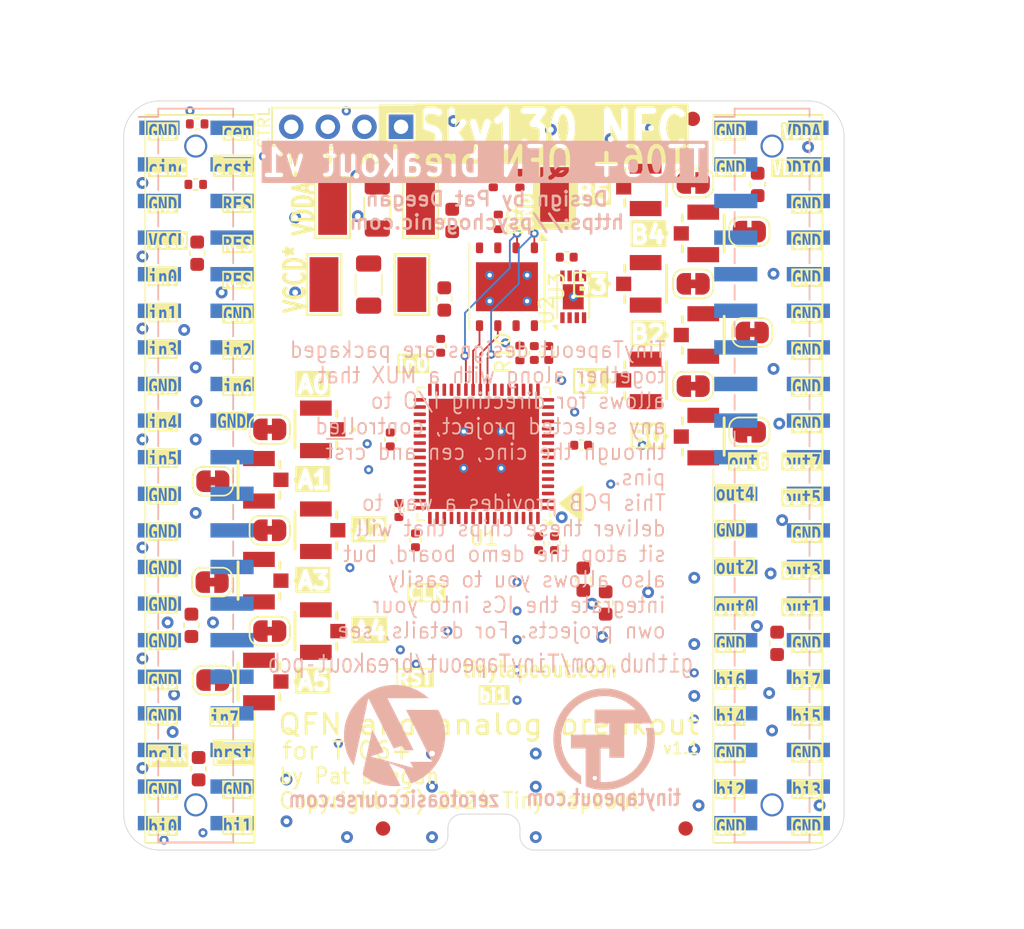
<source format=kicad_pcb>
(kicad_pcb (version 20241229) (generator "pcbnew") (generator_version "9.0")
  (title_block (title "Tiny Tapeout 06+ Breakout QFN") (date "2024-11-04") (rev "1.1") (comment 1 "(C) 2023, 2024 Pat Deegan"))
  (layers (0 "F.Cu" signal) (4 "In1.Cu" signal) (6 "In2.Cu" signal) (2 "B.Cu" signal) (13 "F.Paste" user) (15 "B.Paste" user) (5 "F.SilkS" user "F.Silkscreen") (7 "B.SilkS" user "B.Silkscreen") (1 "F.Mask" user) (3 "B.Mask" user) (25 "Edge.Cuts" user))
  (net 0 "")
  (net 1 "GND")
  (net 2 "vddio")
  (net 3 "vdda_all")
  (net 4 "vdda_in")
  (net 5 "vccd_in")
  (net 6 "/chip_an0")
  (net 7 "/chip_an1")
  (net 8 "/chip_an2")
  (net 9 "/chip_an3")
  (net 10 "/chip_an4")
  (net 11 "/chip_an5")
  (net 12 "/chip_an6")
  (net 13 "/chip_an7")
  (net 14 "/chip_an8")
  (net 15 "/chip_an9")
  (net 16 "/chip_an10")
  (net 17 "/chip_an11")
  (net 18 "/c_rst_n")
  (net 19 "/hd_an2")
  (net 20 "/hd_an0")
  (net 21 "/c_sel_inc")
  (net 22 "/hd_an3")
  (net 23 "/hd_an5")
  (net 24 "/c_ena")
  (net 25 "/hd_an4")
  (net 26 "/hd_an1")
  (net 27 "/hd_an10")
  (net 28 "/hd_an11")
  (net 29 "/hd_an9")
  (net 30 "/hd_an6")
  (net 31 "/hd_an8")
  (net 32 "/hd_an7")
  (net 33 "/reset_b")
  (net 34 "/hd_c_rst_n")
  (net 35 "vccd_all")
  (net 37 "Net-(U3-~{WP}{slash}IO_{2})")
  (net 38 "Net-(U3-~{HOLD}{slash}~{RESET}{slash}IO_{3})")
  (net 44 "/spi_flash_0_cs_0")
  (net 45 "/TMS_EXT")
  (net 46 "/tdo")
  (net 47 "/reset_io")
  (net 48 "/ext_clk_dig")
  (net 49 "/TRST_EXT")
  (net 50 "/NFC_AFE_TDO_EXT")
  (net 51 "/jtag_TDI")
  (net 52 "/clk")
  (net 53 "/spi_flash_0_sck")
  (net 54 "/gpio_1_0")
  (net 55 "/spi_flash_0_dq_0")
  (net 56 "/gpio")
  (net 57 "/ANA_MUX_OUT_2_EXT")
  (net 58 "/clock_uncore")
  (net 59 "/flash_io0")
  (net 60 "/FS_EXT")
  (net 61 "/i2c_0_sda")
  (net 62 "/VDD_EXT")
  (net 63 "/flash_io1")
  (net 64 "/ext_reset_dig")
  (net 66 "/VRECT_OUT_EXT")
  (net 67 "/spi_0_cs_0")
  (net 68 "/spi_0_sck")
  (net 69 "/VREF_EXT")
  (net 70 "/jtag_TDO")
  (net 71 "/tdo2")
  (net 72 "/spi_0_dq_1")
  (net 73 "/ANT_POS_EXT")
  (net 74 "/flash_clk")
  (net 75 "/ANT_NEG_EXT")
  (net 76 "/RESET_EXT")
  (net 77 "/jtag_TCK")
  (net 78 "/spi_flash_0_dq_1")
  (net 79 "/TCK_EXT")
  (net 80 "/flash_csb")
  (net 81 "/spi_flash_0_dq_3")
  (net 82 "/gpio_0_0")
  (net 83 "/spi_0_dq_0")
  (net 84 "/TDI_EXT")
  (net 85 "/jtag_TMS")
  (net 86 "/spi_flash_0_dq_2")
  (net 87 "/ANA_MUX_OUT_EXT")
  (net 88 "/i2c_0_scl")
  (footprint "Capacitor_SMD:C_0402_1005Metric" (layer "F.Cu") (at 74.3 48.7 90)
    (property "Reference" "C5" (hide yes))
    (property "Value" "0.1uf")
  )
  (footprint "Capacitor_SMD:C_0402_1005Metric" (layer "F.Cu") (at 65.75 48.5 90)
    (property "Reference" "C4" (hide yes))
    (property "Value" "0.1uf")
  )
  (footprint "Capacitor_SMD:C_0402_1005Metric" (layer "F.Cu") (at 75.4 48.7 90)
    (property "Reference" "C8" (hide yes))
    (property "Value" "0.1uf")
  )
  (footprint "Capacitor_SMD:C_0402_1005Metric" (layer "F.Cu") (at 74 35.5 90)
    (property "Reference" "C6" (hide yes))
    (property "Value" "0.1uf")
  )
  (footprint "Capacitor_SMD:C_0402_1005Metric" (layer "F.Cu") (at 67.5 35 90)
    (property "Reference" "C10" (hide yes))
    (property "Value" "0.1uf")
  )
  (footprint "Capacitor_SMD:C_0402_1005Metric" (layer "F.Cu") (at 77.25 41.9 180)
    (property "Reference" "C13" (hide yes))
    (property "Value" "0.1uf")
  )
  (footprint "flyingcarsfootprints:StitchingVia-0.4mmDrill" (layer "F.Cu") (at 74.1 65.6)
    (property "Reference" "STITCHB1" (hide yes))
    (property "Value" "StitchingVia-0.4mmDrill" (hide yes))
  )
  (footprint "flyingcarsfootprints:StitchingVia-0.3mm" (layer "F.Cu") (at 62.4 41.8)
    (property "Reference" "STITCHM1" (hide yes))
    (property "Value" "StitchingVia-0.3mm" (hide yes))
  )
  (footprint "flyingcarsfootprints:StitchingVia-0.4mmDrill" (layer "F.Cu") (at 61.65 23.2)
    (property "Reference" "STITCHB1" (hide yes))
    (property "Value" "StitchingVia-0.4mmDrill" (hide yes))
  )
  (footprint "flyingcarsfootprints:StitchingVia-0.4mmDrill" (layer "F.Cu") (at 46.8 64.3)
    (property "Reference" "STITCHB1" (hide yes))
    (property "Value" "StitchingVia-0.4mmDrill" (hide yes))
  )
  (footprint "flyingcarsfootprints:StitchingVia-0.4mmDrill" (layer "F.Cu") (at 74.1 69.1)
    (property "Reference" "STITCHB1" (hide yes))
    (property "Value" "StitchingVia-0.4mmDrill" (hide yes))
  )
  (footprint "flyingcarsfootprints:StitchingVia-0.3mm" (layer "F.Cu") (at 73.5 31.9)
    (property "Reference" "STITCHM1" (hide yes))
    (property "Value" "StitchingVia-0.3mm" (hide yes))
  )
  (footprint "TestPoint:TestPoint_Keystone_5019_Minature" (layer "F.Cu") (at 60 25.4 -90)
    (property "Reference" "TP3" (hide yes))
    (property "Value" "TestPoint_Alt")
  )
  (footprint "flyingcarsfootprints:StitchingVia-0.4mmDrill" (layer "F.Cu") (at 91.2 47.1)
    (property "Reference" "STITCHB1" (hide yes))
    (property "Value" "StitchingVia-0.4mmDrill" (hide yes))
  )
  (footprint "TestPoint:TestPoint_Keystone_5019_Minature" (layer "F.Cu") (at 65.5 30.75 90)
    (property "Reference" "TP2" (hide yes))
    (property "Value" "TestPoint_Alt")
  )
  (footprint "flyingcarsfootprints:StitchingVia-0.3mm" (layer "F.Cu") (at 62.5 43.6)
    (property "Reference" "STITCHM1" (hide yes))
    (property "Value" "StitchingVia-0.3mm" (hide yes))
  )
  (footprint "flyingcarsfootprints:StitchingVia-0.4mmDrill" (layer "F.Cu") (at 90.5 61.7)
    (property "Reference" "STITCHB1" (hide yes))
    (property "Value" "StitchingVia-0.4mmDrill" (hide yes))
  )
  (footprint "flyingcarsfootprints:StitchingVia-0.3mm" (layer "F.Cu") (at 73.5 30.1)
    (property "Reference" "STITCHM1" (hide yes))
    (property "Value" "StitchingVia-0.3mm" (hide yes))
  )
  (footprint "flyingcarsfootprints:StitchingVia-0.4mmDrill" (layer "F.Cu") (at 90.6 36.6)
    (property "Reference" "STITCHB1" (hide yes))
    (property "Value" "StitchingVia-0.4mmDrill" (hide yes))
  )
  (footprint "psysnapeda:SAMTEC_RSP-122811-01" (layer "F.Cu") (at 54.8875 44.3 90)
    (property "Reference" "J3" (hide yes))
    (property "Value" "U.FL")
  )
  (footprint "flyingcarsfootprints:StitchingVia-0.4mmDrill" (layer "F.Cu") (at 75.9 46.9)
    (property "Reference" "STITCHB1" (hide yes))
    (property "Value" "StitchingVia-0.4mmDrill" (hide yes))
  )
  (footprint "flyingcarsfootprints:StitchingVia-0.4mmDrill" (layer "F.Cu") (at 82.1 19.9)
    (property "Reference" "STITCHB1" (hide yes))
    (property "Value" "StitchingVia-0.4mmDrill" (hide yes))
  )
  (footprint "flyingcarsfootprints:StitchingVia-0.3mm" (layer "F.Cu") (at 72.8 59.6)
    (property "Reference" "STITCHM1" (hide yes))
    (property "Value" "StitchingVia-0.3mm" (hide yes))
  )
  (footprint "flyingcarsfootprints:StitchingVia-0.3mm" (layer "F.Cu") (at 72.8 57.5)
    (property "Reference" "STITCHM1" (hide yes))
    (property "Value" "StitchingVia-0.3mm" (hide yes))
  )
  (footprint "flyingcarsfootprints:StitchingVia-0.4mmDrill" (layer "F.Cu") (at 85.4 66.9)
    (property "Reference" "STITCHB1" (hide yes))
    (property "Value" "StitchingVia-0.4mmDrill" (hide yes))
  )
  (footprint "flyingcarsfootprints:StitchingVia-0.3mm" (layer "F.Cu") (at 85.1 60.9)
    (property "Reference" "STITCHM1" (hide yes))
    (property "Value" "StitchingVia-0.3mm" (hide yes))
  )
  (footprint "flyingcarsfootprints:StitchingVia-0.4mmDrill" (layer "F.Cu") (at 56.8 65.1)
    (property "Reference" "STITCHB1" (hide yes))
    (property "Value" "StitchingVia-0.4mmDrill" (hide yes))
  )
  (footprint "Package_DFN_QFN:QFN-64-1EP_9x9mm_P0.5mm_EP7.65x7.65mm" (layer "F.Cu") (at 70.5 42.5 180)
    (property "Reference" "U1")
    (property "Value" "Caravel_QFN")
  )
  (footprint "flyingcarsfootprints:StitchingVia-0.4mmDrill" (layer "F.Cu") (at 57.4 31.3)
    (property "Reference" "STITCHB1" (hide yes))
    (property "Value" "StitchingVia-0.4mmDrill" (hide yes))
  )
  (footprint "flyingcarsfootprints:StitchingVia-0.4mmDrill" (layer "F.Cu") (at 75.15 20)
    (property "Reference" "STITCHB1" (hide yes))
    (property "Value" "StitchingVia-0.4mmDrill" (hide yes))
  )
  (footprint "flyingcarsfootprints:StitchingVia-0.3mm" (layer "F.Cu") (at 69.1 43.5)
    (property "Reference" "STITCHM1" (hide yes))
    (property "Value" "StitchingVia-0.3mm" (hide yes))
  )
  (footprint "flyingcarsfootprints:StitchingVia-0.4mmDrill" (layer "F.Cu") (at 79.3 20.65)
    (property "Reference" "STITCHB1" (hide yes))
    (property "Value" "StitchingVia-0.4mmDrill" (hide yes))
  )
  (footprint "Capacitor_SMD:C_0603_1608Metric" (layer "F.Cu") (at 77.4 51.2 -90)
    (property "Reference" "C19" (hide yes))
    (property "Value" "C_1u_0603_50V")
  )
  (footprint "flyingcarsfootprints:StitchingVia-0.3mm" (layer "F.Cu") (at 70.9 31.9)
    (property "Reference" "STITCHM1" (hide yes))
    (property "Value" "StitchingVia-0.3mm" (hide yes))
  )
  (footprint "Capacitor_SMD:C_0402_1005Metric" (layer "F.Cu") (at 75 35.5 -90)
    (property "Reference" "C7" (hide yes))
    (property "Value" "0.1uf")
  )
  (footprint "flyingcarsfootprints:StitchingVia-0.3mm" (layer "F.Cu") (at 78.2 65)
    (property "Reference" "STITCHM1" (hide yes))
    (property "Value" "StitchingVia-0.3mm" (hide yes))
  )
  (footprint "flyingcarsfootprints:StitchingVia-0.4mmDrill" (layer "F.Cu") (at 48.9 61.8)
    (property "Reference" "STITCHB1" (hide yes))
    (property "Value" "StitchingVia-0.4mmDrill" (hide yes))
  )
  (footprint "psysnapeda:SAMTEC_RSP-122811-01" (layer "F.Cu") (at 85.725 27.2 -90)
    (property "Reference" "J12" (hide yes))
    (property "Value" "U.FL")
  )
  (footprint "flyingcarsfootprints:StitchingVia-0.4mmDrill" (layer "F.Cu") (at 93 21.2)
    (property "Reference" "STITCHB1" (hide yes))
    (property "Value" "StitchingVia-0.4mmDrill" (hide yes))
  )
  (footprint "flyingcarsfootprints:StitchingVia-0.4mmDrill" (layer "F.Cu") (at 52.3 31.3)
    (property "Reference" "STITCHB1" (hide yes))
    (property "Value" "StitchingVia-0.4mmDrill" (hide yes))
  )
  (footprint "Resistor_SMD:R_0402_1005Metric" (layer "F.Cu") (at 50.5 23.8 180)
    (property "Reference" "R1" (hide yes))
    (property "Value" "1k")
  )
  (footprint "Fiducial:Fiducial_1mm_Mask2mm" (layer "F.Cu") (at 85 19.25)
    (property "Reference" "FID2" (hide yes))
    (property "Value" "Fiducial")
  )
  (footprint "flyingcarsfootprints:StitchingVia-0.4mmDrill" (layer "F.Cu") (at 50.55 38.85)
    (property "Reference" "STITCHB1" (hide yes))
    (property "Value" "StitchingVia-0.4mmDrill" (hide yes))
  )
  (footprint "Jumper:SolderJumper-2_P1.3mm_Bridged_RoundedPad1.0x1.5mm" (layer "F.Cu") (at 85.025 37.8)
    (property "Reference" "JP8" (hide yes))
    (property "Value" "Jumper_2_Small_Bridged")
  )
  (footprint "flyingcarsfootprints:StitchingVia-0.3mm" (layer "F.Cu") (at 61.2 50.4)
    (property "Reference" "STITCHM1" (hide yes))
    (property "Value" "StitchingVia-0.3mm" (hide yes))
  )
  (footprint "flyingcarsfootprints:StitchingVia-0.3mm" (layer "F.Cu") (at 70.9 30.1)
    (property "Reference" "STITCHM1" (hide yes))
    (property "Value" "StitchingVia-0.3mm" (hide yes))
  )
  (footprint "psysnapeda:SAMTEC_RSP-122811-01" (layer "F.Cu") (at 81.725 24 -90)
    (property "Reference" "J13" (hide yes))
    (property "Value" "U.FL")
  )
  (footprint "flyingcarsfootprints:StitchingVia-0.3mm" (layer "F.Cu") (at 72.8 51.4)
    (property "Reference" "STITCHM1" (hide yes))
    (property "Value" "StitchingVia-0.3mm" (hide yes))
  )
  (footprint "Capacitor_SMD:C_0603_1608Metric" (layer "F.Cu") (at 50.7 64.35 -90)
    (property "Reference" "C14" (hide yes))
    (property "Value" "C_1u_0603_50V")
  )
  (footprint "flyingcarsfootprints:StitchingVia-0.4mmDrill" (layer "F.Cu") (at 50.5 46.6)
    (property "Reference" "STITCHB1" (hide yes))
    (property "Value" "StitchingVia-0.4mmDrill" (hide yes))
  )
  (footprint "Capacitor_SMD:C_0603_1608Metric" (layer "F.Cu") (at 67.75 31.75 -90)
    (property "Reference" "C2" (hide yes))
    (property "Value" "C_1u_0603_50V")
  )
  (footprint "flyingcarsfootprints:StitchingVia-0.3mm" (layer "F.Cu") (at 69.1 40.95)
    (property "Reference" "STITCHM1" (hide yes))
    (property "Value" "StitchingVia-0.3mm" (hide yes))
  )
  (footprint "flyingcarsfootprints:StitchingVia-0.3mm" (layer "F.Cu") (at 64.7 56.1)
    (property "Reference" "STITCHM1" (hide yes))
    (property "Value" "StitchingVia-0.3mm" (hide yes))
  )
  (footprint "psysnapeda:SAMTEC_RSP-122811-01" (layer "F.Cu") (at 58.8375 47.8 90)
    (property "Reference" "J4" (hide yes))
    (property "Value" "U.FL")
  )
  (footprint "flyingcarsfootprints:StitchingVia-0.3mm" (layer "F.Cu") (at 68 54.8)
    (property "Reference" "STITCHM1" (hide yes))
    (property "Value" "StitchingVia-0.3mm" (hide yes))
  )
  (footprint "flyingcarsfootprints:StitchingVia-0.4mmDrill" (layer "F.Cu") (at 90.3 59.1)
    (property "Reference" "STITCHB1" (hide yes))
    (property "Value" "StitchingVia-0.4mmDrill" (hide yes))
  )
  (footprint "flyingcarsfootprints:StitchingVia-0.3mm" (layer "F.Cu") (at 76.7 31.6 90)
    (property "Reference" "STITCHM1" (hide yes))
    (property "Value" "StitchingVia-0.3mm" (hide yes))
  )
  (footprint "flyingcarsfootprints:StitchingVia-0.4mmDrill" (layer "F.Cu") (at 50.5 36.5)
    (property "Reference" "STITCHB1" (hide yes))
    (property "Value" "StitchingVia-0.4mmDrill" (hide yes))
  )
  (footprint "flyingcarsfootprints:StitchingVia-0.3mm" (layer "F.Cu") (at 55.2 21.85)
    (property "Reference" "STITCHM1" (hide yes))
    (property "Value" "StitchingVia-0.3mm" (hide yes))
  )
  (footprint "psysnapeda:SAMTEC_RSP-122811-01" (layer "F.Cu") (at 85.725 41.3 -90)
    (property "Reference" "J8" (hide yes))
    (property "Value" "U.FL")
  )
  (footprint "Jumper:SolderJumper-2_P1.3mm_Bridged_RoundedPad1.0x1.5mm" (layer "F.Cu") (at 88.925 27.075)
    (property "Reference" "JP11" (hide yes))
    (property "Value" "Jumper_2_Small_Bridged")
  )
  (footprint "flyingcarsfootprints:StitchingVia-0.4mmDrill" (layer "F.Cu") (at 57.4 26.1)
    (property "Reference" "STITCHB1" (hide yes))
    (property "Value" "StitchingVia-0.4mmDrill" (hide yes))
  )
  (footprint "Resistor_SMD:R_0402_1005Metric" (layer "F.Cu") (at 73 35.5 90)
    (property "Reference" "R10")
    (property "Value" "10k")
  )
  (footprint "flyingcarsfootprints:StitchingVia-0.4mmDrill" (layer "F.Cu") (at 90.4 50.8)
    (property "Reference" "STITCHB1" (hide yes))
    (property "Value" "StitchingVia-0.4mmDrill" (hide yes))
  )
  (footprint "Jumper:SolderJumper-2_P1.3mm_Bridged_RoundedPad1.0x1.5mm" (layer "F.Cu") (at 51.6375 51.4 180)
    (property "Reference" "JP4" (hide yes))
    (property "Value" "Jumper_2_Small_Bridged")
  )
  (footprint "flyingcarsfootprints:StitchingVia-0.4mmDrill" (layer "F.Cu") (at 81.9 52.1)
    (property "Reference" "STITCHB1" (hide yes))
    (property "Value" "StitchingVia-0.4mmDrill" (hide yes))
  )
  (footprint "flyingcarsfootprints:StitchingVia-0.4mmDrill" (layer "F.Cu") (at 93.8 66.9)
    (property "Reference" "STITCHB1" (hide yes))
    (property "Value" "StitchingVia-0.4mmDrill" (hide yes))
  )
  (footprint "Package_DFN_QFN:DFN-8-1EP_3x2mm_P0.5mm_EP1.75x1.45mm" (layer "F.Cu") (at 76.7 31.6 90)
    (property "Reference" "U2")
    (property "Value" "24LC02")
  )
  (footprint "Fiducial:Fiducial_1mm_Mask2mm" (layer "F.Cu") (at 63.5 68.5)
    (property "Reference" "FID1" (hide yes))
    (property "Value" "Fiducial")
  )
  (footprint "Resistor_SMD:R_1206_3216Metric" (layer "F.Cu") (at 63.1 25.4 -90)
    (property "Reference" "R3" (hide yes))
    (property "Value" "0R")
  )
  (footprint "flyingcarsfootprints:StitchingVia-0.3mm" (layer "F.Cu") (at 72.8 55.4)
    (property "Reference" "STITCHM1" (hide yes))
    (property "Value" "StitchingVia-0.3mm" (hide yes))
  )
  (footprint "flyingcarsfootprints:StitchingVia-0.4mmDrill" (layer "F.Cu") (at 50.5 41.5)
    (property "Reference" "STITCHB1" (hide yes))
    (property "Value" "StitchingVia-0.4mmDrill" (hide yes))
  )
  (footprint "Capacitor_SMD:C_0402_1005Metric" (layer "F.Cu") (at 64 41.5 90)
    (property "Reference" "C11" (hide yes))
    (property "Value" "0.1uf")
  )
  (footprint "Jumper:SolderJumper-2_P1.3mm_Bridged_RoundedPad1.0x1.5mm" (layer "F.Cu") (at 89.125 34.075)
    (property "Reference" "JP9" (hide yes))
    (property "Value" "Jumper_2_Small_Bridged")
  )
  (footprint "Jumper:SolderJumper-2_P1.3mm_Bridged_RoundedPad1.0x1.5mm" (layer "F.Cu") (at 85.025 30.7)
    (property "Reference" "JP10" (hide yes))
    (property "Value" "Jumper_2_Small_Bridged")
  )
  (footprint "Capacitor_SMD:C_0603_1608Metric" (layer "F.Cu") (at 50.2 54.4 90)
    (property "Reference" "C17" (hide yes))
    (property "Value" "C_1u_0603_50V")
  )
  (footprint "flyingcarsfootprints:StitchingVia-0.4mmDrill" (layer "F.Cu") (at 85.1 63)
    (property "Reference" "STITCHB1" (hide yes))
    (property "Value" "StitchingVia-0.4mmDrill" (hide yes))
  )
  (footprint "flyingcarsfootprints:StitchingVia-0.4mmDrill" (layer "F.Cu") (at 74.1 63.3)
    (property "Reference" "STITCHB1" (hide yes))
    (property "Value" "StitchingVia-0.4mmDrill" (hide yes))
  )
  (footprint "Capacitor_SMD:C_0402_1005Metric" (layer "F.Cu") (at 64.6 46.4 -90)
    (property "Reference" "C12" (hide yes))
    (property "Value" "0.1uf")
  )
  (footprint "flyingcarsfootprints:StitchingVia-0.4mmDrill" (layer "F.Cu") (at 85.1 55.7)
    (property "Reference" "STITCHB1" (hide yes))
    (property "Value" "StitchingVia-0.4mmDrill" (hide yes))
  )
  (footprint "flyingcarsfootprints:StitchingVia-0.4mmDrill" (layer "F.Cu") (at 91 40.4)
    (property "Reference" "STITCHB1" (hide yes))
    (property "Value" "StitchingVia-0.4mmDrill" (hide yes))
  )
  (footprint "flyingcarsfootprints:StitchingVia-0.4mmDrill" (layer "F.Cu") (at 49.7 33.9)
    (property "Reference" "STITCHB1" (hide yes))
    (property "Value" "StitchingVia-0.4mmDrill" (hide yes))
  )
  (footprint "Capacitor_SMD:C_0603_1608Metric" (layer "F.Cu") (at 68.3 26.3 -90)
    (property "Reference" "C3" (hide yes))
    (property "Value" "C_1u_0603_50V")
  )
  (footprint "flyingcarsfootprints:StitchingVia-0.4mmDrill" (layer "F.Cu") (at 89.45 54.45)
    (property "Reference" "STITCHB1" (hide yes))
    (property "Value" "StitchingVia-0.4mmDrill" (hide yes))
  )
  (footprint "Capacitor_SMD:C_0603_1608Metric" (layer "F.Cu") (at 90.85 55.65 90)
    (property "Reference" "C16" (hide yes))
    (property "Value" "C_1u_0603_50V")
  )
  (footprint "Jumper:SolderJumper-2_P1.3mm_Bridged_RoundedPad1.0x1.5mm" (layer "F.Cu") (at 55.6375 54.8 180)
    (property "Reference" "JP5" (hide yes))
    (property "Value" "Jumper_2_Small_Bridged")
  )
  (footprint "flyingcarsfootprints:StitchingVia-0.3mm" (layer "F.Cu") (at 76.8 39.6)
    (property "Reference" "STITCHM1" (hide yes))
    (property "Value" "StitchingVia-0.3mm" (hide yes))
  )
  (footprint "flyingcarsfootprints:StitchingVia-0.3mm" (layer "F.Cu") (at 51 68.8)
    (property "Reference" "STITCHM1" (hide yes))
    (property "Value" "StitchingVia-0.3mm" (hide yes))
  )
  (footprint "Resistor_SMD:R_0402_1005Metric" (layer "F.Cu") (at 71.5 26.4 -90)
    (property "Reference" "R9")
    (property "Value" "10k")
  )
  (footprint "flyingcarsfootprints:StitchingVia-0.3mm" (layer "F.Cu") (at 60.4 62.6)
    (property "Reference" "STITCHM1" (hide yes))
    (property "Value" "StitchingVia-0.3mm" (hide yes))
  )
  (footprint "flyingcarsfootprints:StitchingVia-0.4mmDrill" (layer "F.Cu") (at 68.4 19.4)
    (property "Reference" "STITCHB1" (hide yes))
    (property "Value" "StitchingVia-0.4mmDrill" (hide yes))
  )
  (footprint "flyingcarsfootprints:StitchingVia-0.3mm" (layer "F.Cu") (at 72.8 53.4)
    (property "Reference" "STITCHM1" (hide yes))
    (property "Value" "StitchingVia-0.3mm" (hide yes))
  )
  (footprint "psysnapeda:SAMTEC_RSP-122811-01" (layer "F.Cu") (at 81.725 37.4 -90)
    (property "Reference" "J9" (hide yes))
    (property "Value" "U.FL")
  )
  (footprint "Package_SON:WSON-8-1EP_6x5mm_P1.27mm_EP3.4x4.3mm" (layer "F.Cu") (at 72.1 30.9 -90)
    (property "Reference" "U3")
    (property "Value" "W25Q32JVZP")
  )
  (footprint "flyingcarsfootprints:StitchingVia-0.4mmDrill" (layer "F.Cu") (at 85.1 51.1)
    (property "Reference" "STITCHB1" (hide yes))
    (property "Value" "StitchingVia-0.4mmDrill" (hide yes))
  )
  (footprint "TestPoint:TestPoint_Keystone_5019_Minature" (layer "F.Cu") (at 59.4 30.75 90)
    (property "Reference" "TP4" (hide yes))
    (property "Value" "TestPoint_Alt")
  )
  (footprint "Resistor_SMD:R_1206_3216Metric" (layer "F.Cu") (at 62.5 30.75 90)
    (property "Reference" "R4" (hide yes))
    (property "Value" "0R")
  )
  (footprint "flyingcarsfootprints:StitchingVia-0.4mmDrill" (layer "F.Cu") (at 46.8 28.8)
    (property "Reference" "STITCHB1" (hide yes))
    (property "Value" "StitchingVia-0.4mmDrill" (hide yes))
  )
  (footprint "flyingcarsfootprints:StitchingVia-0.4mmDrill" (layer "F.Cu") (at 90.6 30)
    (property "Reference" "STITCHB1" (hide yes))
    (property "Value" "StitchingVia-0.4mmDrill" (hide yes))
  )
  (footprint "flyingcarsfootprints:StitchingVia-0.3mm" (layer "F.Cu") (at 65.8 57.1)
    (property "Reference" "STITCHM1" (hide yes))
    (property "Value" "StitchingVia-0.3mm" (hide yes))
  )
  (footprint "flyingcarsfootprints:StitchingVia-0.4mmDrill" (layer "F.Cu") (at 46.8 23.7)
    (property "Reference" "STITCHB1" (hide yes))
    (property "Value" "StitchingVia-0.4mmDrill" (hide yes))
  )
  (footprint "Fiducial:Fiducial_1mm_Mask2mm" (layer "F.Cu") (at 84.5 68.5)
    (property "Reference" "FID3" (hide yes))
    (property "Value" "Fiducial")
  )
  (footprint "flyingcarsfootprints:StitchingVia-0.3mm" (layer "F.Cu") (at 48.3 69.3)
    (property "Reference" "STITCHM1" (hide yes))
    (property "Value" "StitchingVia-0.3mm" (hide yes))
  )
  (footprint "Connector_PinHeader_2.54mm:PinHeader_1x04_P2.54mm_Vertical" (layer "F.Cu") (at 64.75 19.8 -90)
    (property "Reference" "J1" (hide yes))
    (property "Value" "Conn_01x04")
  )
  (footprint "Jumper:SolderJumper-2_P1.3mm_Bridged_RoundedPad1.0x1.5mm" (layer "F.Cu") (at 55.6375 40.8 180)
    (property "Reference" "JP1" (hide yes))
    (property "Value" "Jumper_2_Small_Bridged")
  )
  (footprint "Capacitor_SMD:C_0603_1608Metric" (layer "F.Cu") (at 89.5 23.8 -90)
    (property "Reference" "C1" (hide yes))
    (property "Value" "C_1u_0603_50V")
  )
  (footprint "Jumper:SolderJumper-2_P1.3mm_Bridged_RoundedPad1.0x1.5mm" (layer "F.Cu") (at 51.6875 44.4 180)
    (property "Reference" "JP2" (hide yes))
    (property "Value" "Jumper_2_Small_Bridged")
  )
  (footprint "Jumper:SolderJumper-2_P1.3mm_Bridged_RoundedPad1.0x1.5mm" (layer "F.Cu") (at 51.6875 58.2 180)
    (property "Reference" "JP6" (hide yes))
    (property "Value" "Jumper_2_Small_Bridged")
  )
  (footprint "flyingcarsfootprints:StitchingVia-0.4mmDrill" (layer "F.Cu") (at 61 69.1)
    (property "Reference" "STITCHB1" (hide yes))
    (property "Value" "StitchingVia-0.4mmDrill" (hide yes))
  )
  (footprint "flyingcarsfootprints:StitchingVia-0.3mm" (layer "F.Cu") (at 81.5 41.9)
    (property "Reference" "STITCHM1" (hide yes))
    (property "Value" "StitchingVia-0.3mm" (hide yes))
  )
  (footprint "flyingcarsfootprints:StitchingVia-0.4mmDrill" (layer "F.Cu") (at 46.8 33.8)
    (property "Reference" "STITCHB1" (hide yes))
    (property "Value" "StitchingVia-0.4mmDrill" (hide yes))
  )
  (footprint "flyingcarsfootprints:StitchingVia-0.4mmDrill" (layer "F.Cu") (at 48.55 54.2)
    (property "Reference" "STITCHB1" (hide yes))
    (property "Value" "StitchingVia-0.4mmDrill" (hide yes))
  )
  (footprint "flyingcarsfootprints:StitchingVia-0.4mmDrill" (layer "F.Cu") (at 78 52.9)
    (property "Reference" "STITCHB1" (hide yes))
    (property "Value" "StitchingVia-0.4mmDrill" (hide yes))
  )
  (footprint "flyingcarsfootprints:StitchingVia-0.3mm" (layer "F.Cu") (at 60.95 18.7)
    (property "Reference" "STITCHM1" (hide yes))
    (property "Value" "StitchingVia-0.3mm" (hide yes))
  )
  (footprint "Jumper:SolderJumper-2_P1.3mm_Bridged_RoundedPad1.0x1.5mm" (layer "F.Cu") (at 85.025 23.7)
    (property "Reference" "JP12" (hide yes))
    (property "Value" "Jumper_2_Small_Bridged")
  )
  (footprint "flyingcarsfootprints:StitchingVia-0.4mmDrill" (layer "F.Cu") (at 66.9 63.3)
    (property "Reference" "STITCHB1" (hide yes))
    (property "Value" "StitchingVia-0.4mmDrill" (hide yes))
  )
  (footprint "flyingcarsfootprints:StitchingVia-0.4mmDrill" (layer "F.Cu") (at 51.7 54.2)
    (property "Reference" "STITCHB1" (hide yes))
    (property "Value" "StitchingVia-0.4mmDrill" (hide yes))
  )
  (footprint "psysnapeda:SAMTEC_RSP-122811-01" (layer "F.Cu") (at 54.8875 58.3 90)
    (property "Reference" "J7" (hide yes))
    (property "Value" "U.FL")
  )
  (footprint "flyingcarsfootprints:StitchingVia-0.4mmDrill" (layer "F.Cu") (at 49 59.2)
    (property "Reference" "STITCHB1" (hide yes))
    (property "Value" "StitchingVia-0.4mmDrill" (hide yes))
  )
  (footprint "Resistor_SMD:R_0402_1005Metric" (layer "F.Cu") (at 50.6 19.6 180)
    (property "Reference" "R2" (hide yes))
    (property "Value" "1k")
  )
  (footprint "flyingcarsfootprints:StitchingVia-0.4mmDrill" (layer "F.Cu") (at 85.1 59.3)
    (property "Reference" "STITCHB1" (hide yes))
    (property "Value" "StitchingVia-0.4mmDrill" (hide yes))
  )
  (footprint "flyingcarsfootprints:StitchingVia-0.3mm" (layer "F.Cu") (at 71.7 40.95 90)
    (property "Reference" "STITCHM1" (hide yes))
    (property "Value" "StitchingVia-0.3mm" (hide yes))
  )
  (footprint "flyingcarsfootprints:StitchingVia-0.4mmDrill" (layer "F.Cu") (at 46.8 49)
    (property "Reference" "STITCHB1" (hide yes))
    (property "Value" "StitchingVia-0.4mmDrill" (hide yes))
  )
  (footprint "flyingcarsfootprints:StitchingVia-0.3mm" (layer "F.Cu") (at 75.9 37.4)
    (property "Reference" "STITCHM1" (hide yes))
    (property "Value" "StitchingVia-0.3mm" (hide yes))
  )
  (footprint "flyingcarsfootprints:StitchingVia-0.4mmDrill" (layer "F.Cu") (at 46.8 41.5)
    (property "Reference" "STITCHB1" (hide yes))
    (property "Value" "StitchingVia-0.4mmDrill" (hide yes))
  )
  (footprint "Resistor_SMD:R_0402_1005Metric" (layer "F.Cu") (at 73 23.5 -90)
    (property "Reference" "R7" (hide yes))
    (property "Value" "0R")
  )
  (footprint "Resistor_SMD:R_0402_1005Metric" (layer "F.Cu") (at 71.15 23.49 -90)
    (property "Reference" "R6" (hide yes))
    (property "Value" "0R")
  )
  (footprint "flyingcarsfootprints:StitchingVia-0.4mmDrill" (layer "F.Cu") (at 66.9 69.1)
    (property "Reference" "STITCHB1" (hide yes))
    (property "Value" "StitchingVia-0.4mmDrill" (hide yes))
  )
  (footprint "flyingcarsfootprints:StitchingVia-0.4mmDrill" (layer "F.Cu") (at 66.9 65.6)
    (property "Reference" "STITCHB1" (hide yes))
    (property "Value" "StitchingVia-0.4mmDrill" (hide yes))
  )
  (footprint "flyingcarsfootprints:StitchingVia-0.3mm" (layer "F.Cu") (at 79.3 44.6)
    (property "Reference" "STITCHM1" (hide yes))
    (property "Value" "StitchingVia-0.3mm" (hide yes))
  )
  (footprint "flyingcarsfootprints:StitchingVia-0.3mm" (layer "F.Cu") (at 85.1 57.7)
    (property "Reference" "STITCHM1" (hide yes))
    (property "Value" "StitchingVia-0.3mm" (hide yes))
  )
  (footprint "Jumper:SolderJumper-2_P1.3mm_Bridged_RoundedPad1.0x1.5mm" (layer "F.Cu") (at 88.925 40.975)
    (property "Reference" "JP7" (hide yes))
    (property "Value" "Jumper_2_Small_Bridged")
  )
  (footprint "psysnapeda:SAMTEC_RSP-122811-01" (layer "F.Cu") (at 58.8375 40.8 90)
    (property "Reference" "J2" (hide yes))
    (property "Value" "U.FL")
  )
  (footprint "Jumper:SolderJumper-2_P1.3mm_Bridged_RoundedPad1.0x1.5mm" (layer "F.Cu") (at 55.6375 47.8 180)
    (property "Reference" "JP3" (hide yes))
    (property "Value" "Jumper_2_Small_Bridged")
  )
  (footprint "psysnapeda:SAMTEC_RSP-122811-01" (layer "F.Cu") (at 58.8375 54.8 90)
    (property "Reference" "J6" (hide yes))
    (property "Value" "U.FL")
  )
  (footprint "TestPoint:TestPoint_Keystone_5019_Minature" (layer "F.Cu") (at 75.4 24.5 -90)
    (property "Reference" "TP9" (hide yes))
    (property "Value" "TestPoint_Alt")
  )
  (footprint "flyingcarsfootprints:StitchingVia-0.4mmDrill" (layer "F.Cu") (at 56.8 68)
    (property "Reference" "STITCHB1" (hide yes))
    (property "Value" "StitchingVia-0.4mmDrill" (hide yes))
  )
  (footprint "psysnapeda:SAMTEC_RSP-122811-01" (layer "F.Cu") (at 81.725 30.7 -90)
    (property "Reference" "J11" (hide yes))
    (property "Value" "U.FL")
  )
  (footprint "Capacitor_SMD:C_0603_1608Metric" (layer "F.Cu") (at 50.6 28.575 90)
    (property "Reference" "C15" (hide yes))
    (property "Value" "C_1u_0603_50V")
  )
  (footprint "Capacitor_SMD:C_0402_1005Metric" (layer "F.Cu") (at 76.25 28.85 180)
    (property "Reference" "C9" (hide yes))
    (property "Value" "0.1uf")
  )
  (footprint "flyingcarsfootprints:StitchingVia-0.4mmDrill" (layer "F.Cu") (at 78.7 55.2)
    (property "Reference" "STITCHB1" (hide yes))
    (property "Value" "StitchingVia-0.4mmDrill" (hide yes))
  )
  (footprint "flyingcarsfootprints:StitchingVia-0.4mmDrill" (layer "F.Cu") (at 46.8 56.7)
    (property "Reference" "STITCHB1" (hide yes))
    (property "Value" "StitchingVia-0.4mmDrill" (hide yes))
  )
  (footprint "flyingcarsfootprints:StitchingVia-0.4mmDrill" (layer "F.Cu") (at 61.75 26)
    (property "Reference" "STITCHB1" (hide yes))
    (property "Value" "StitchingVia-0.4mmDrill" (hide yes))
  )
  (footprint "TestPoint:TestPoint_Keystone_5019_Minature" (layer "F.Cu") (at 66.1 25.4 -90)
    (property "Reference" "TP1" (hide yes))
    (property "Value" "TestPoint_Alt")
  )
  (footprint "psysnapeda:SAMTEC_RSP-122811-01" (layer "F.Cu") (at 85.725 34.25 -90)
    (property "Reference" "J10" (hide yes))
    (property "Value" "U.FL")
  )
  (footprint "flyingcarsfootprints:StitchingVia-0.3mm" (layer "F.Cu") (at 71.7 43.5)
    (property "Reference" "STITCHM1" (hide yes))
    (property "Value" "StitchingVia-0.3mm" (hide yes))
  )
  (footprint "psysnapeda:SAMTEC_RSP-122811-01" (layer "F.Cu") (at 54.8875 51.3 90)
    (property "Reference" "J5" (hide yes))
    (property "Value" "U.FL")
  )
  (footprint "flyingcarsfootprints:StitchingVia-0.3mm" (layer "F.Cu") (at 50.1 18.7)
    (property "Reference" "STITCHM1" (hide yes))
    (property "Value" "StitchingVia-0.3mm" (hide yes))
  )
  (footprint "Capacitor_SMD:C_0603_1608Metric" (layer "F.Cu") (at 78.95 52.85 90)
    (property "Reference" "C18" (hide yes))
    (property "Value" "C_1u_0603_50V")
  )
  (footprint "flyingcarsfootprints:StitchingVia-0.3mm" (layer "F.Cu") (at 72 34.8)
    (property "Reference" "STITCHM1" (hide yes))
    (property "Value" "StitchingVia-0.3mm" (hide yes))
  )
  (footprint "TinyTapeout:FH-00148_PinSocket_2x20_P2.54mm" (layer "B.Cu") (at 90.5 44 180)
    (property "Reference" "CON2" (hide yes))
    (property "Value" "~")
  )
  (footprint "Logos:Z2A_logo" (layer "B.Cu") (at 64.1608 61.958048 180)
    (property "Reference" "REF**" (hide yes))
    (property "Value" "Z2A_logo")
  )
  (footprint "Logos:TT_logo" (layer "B.Cu") (at 78.8 62.35 180)
    (property "Reference" "REF**" (hide yes))
    (property "Value" "TT_logo")
  )
  (footprint "TinyTapeout:FH-00148_PinSocket_2x20_P2.54mm" (layer "B.Cu") (at 50.5 44 180)
    (property "Reference" "CON1" (hide yes))
    (property "Value" "~")
  )
  (gr_line (start 86.42744 69.5) (end 94 69.5) (stroke (width 0.12)) (layer "F.SilkS"))
  (gr_line (start 94 69.5) (end 94 18.97256) (stroke (width 0.12)) (layer "F.SilkS"))
  (gr_line (start 76.95 45.3) (end 77.2 45.3) (stroke (width 0.2)) (layer "F.SilkS"))
  (gr_line (start 54.57256 18.97256) (end 54.57256 39.5) (stroke (width 0.12)) (layer "F.SilkS"))
  (gr_line (start 77 46.77) (end 77.25 46.77) (stroke (width 0.24)) (layer "F.SilkS"))
  (gr_line (start 54.57256 69.5) (end 54.57256 60.5) (stroke (width 0.12)) (layer "F.SilkS"))
  (gr_line (start 86.42744 18.97256) (end 86.42744 22.5) (stroke (width 0.12)) (layer "F.SilkS"))
  (gr_rect (start 63.35 18.4) (end 66.15 21.2) (stroke (width 0.3)) (fill no) (layer "F.SilkS"))
  (gr_line (start 76.44 45.64) (end 76.44 46.24) (stroke (width 0.2)) (layer "F.SilkS"))
  (gr_line (start 54.57256 18.97256) (end 47 18.97256) (stroke (width 0.12)) (layer "F.SilkS"))
  (gr_line (start 76.9 45.2) (end 77.3 45.2) (stroke (width 0.2)) (layer "F.SilkS"))
  (gr_line (start 86.42744 69.5) (end 86.42744 43.6) (stroke (width 0.12)) (layer "F.SilkS"))
  (gr_line (start 47 69.5) (end 54.57256 69.5) (stroke (width 0.12)) (layer "F.SilkS"))
  (gr_line (start 47 18.97256) (end 47 69.5) (stroke (width 0.12)) (layer "F.SilkS"))
  (gr_line (start 76.71 46.61) (end 77.232529 46.61115) (stroke (width 0.2)) (layer "F.SilkS"))
  (gr_line (start 76.28 45.735) (end 76.28 46.185) (stroke (width 0.2)) (layer "F.SilkS"))
  (gr_line (start 94 18.97256) (end 86.42744 18.97256) (stroke (width 0.12)) (layer "F.SilkS"))
  (gr_line (start 76.975 46.6) (end 77.225 46.6) (stroke (width 0.24)) (layer "F.SilkS"))
  (gr_line (start 76.66 46.5) (end 77.26 46.5) (stroke (width 0.2)) (layer "F.SilkS"))
  (gr_rect (start 63.605583 18.661166) (end 65.894417 20.95) (stroke (width 0.4)) (fill no) (layer "F.SilkS"))
  (gr_poly (pts (xy 75.8 45.95) (xy 77.3 44.8) (xy 77.3 47.1)) (stroke (width 0.2)) (fill no) (layer "F.SilkS"))
  (gr_poly (pts (xy 75.9 45.95) (xy 77.3 44.9) (xy 77.3 47)) (stroke (width 0.2)) (fill no) (layer "F.SilkS"))
  (gr_rect (start 74.15 22.3) (end 76.65 26.7) (stroke (width 0.5)) (fill no) (layer "F.SilkS"))
  (gr_line (start 76.11 45.95) (end 75.9 45.95) (stroke (width 0.2)) (layer "F.SilkS"))
  (gr_line (start 73 69) (end 73 68.5) (stroke (width 0.05)) (layer "Edge.Cuts"))
  (gr_arc (start 72 67.5) (mid 72.707107 67.792893) (end 73 68.5) (stroke (width 0.05)) (layer "Edge.Cuts"))
  (gr_line (start 68 68.5) (end 68 69) (stroke (width 0.05)) (layer "Edge.Cuts"))
  (gr_line (start 93 70) (end 74 70) (stroke (width 0.05)) (layer "Edge.Cuts"))
  (gr_arc (start 48 70) (mid 46.232233 69.267767) (end 45.5 67.5) (stroke (width 0.05)) (layer "Edge.Cuts"))
  (gr_line (start 48 18) (end 93 18) (stroke (width 0.05)) (layer "Edge.Cuts"))
  (gr_arc (start 93 18) (mid 94.767767 18.732233) (end 95.5 20.5) (stroke (width 0.05)) (layer "Edge.Cuts"))
  (gr_line (start 95.5 20.5) (end 95.5 67.5) (stroke (width 0.05)) (layer "Edge.Cuts"))
  (gr_line (start 72 67.5) (end 69 67.5) (stroke (width 0.05)) (layer "Edge.Cuts"))
  (gr_arc (start 95.5 67.5) (mid 94.767767 69.267767) (end 93 70) (stroke (width 0.05)) (layer "Edge.Cuts"))
  (gr_arc (start 45.5 20.5) (mid 46.232233 18.732233) (end 48 18) (stroke (width 0.05)) (layer "Edge.Cuts"))
  (gr_arc (start 68 69) (mid 67.707107 69.707107) (end 67 70) (stroke (width 0.05)) (layer "Edge.Cuts"))
  (gr_arc (start 74 70) (mid 73.292893 69.707107) (end 73 69) (stroke (width 0.05)) (layer "Edge.Cuts"))
  (gr_arc (start 68 68.5) (mid 68.292893 67.792893) (end 69 67.5) (stroke (width 0.05)) (layer "Edge.Cuts"))
  (gr_line (start 45.5 67.5) (end 45.5 20.5) (stroke (width 0.05)) (layer "Edge.Cuts"))
  (gr_line (start 48 70) (end 67 70) (stroke (width 0.05)) (layer "Edge.Cuts"))
  (gr_text "EN  RST  INC" (at 56.2 22.45 0) (layer "F.SilkS") (effects (font (size 1 0.68) (thickness 0.17) (bold yes)) (justify left bottom)))
  (gr_text "RES" (at 54.4 28.608947 0) (layer "F.SilkS" knockout) (effects (font (size 1 0.8) (thickness 0.127) (bold yes)) (justify right bottom)))
  (gr_text "GND" (at 47.2 48.580115 0) (layer "F.SilkS" knockout) (effects (font (size 1 0.8) (thickness 0.127) (bold yes)) (justify left bottom)))
  (gr_text "in5" (at 47.2 43.529185 0) (layer "F.SilkS" knockout) (effects (font (size 1 0.8) (thickness 0.127) (bold yes)) (justify left bottom)))
  (gr_text "VCCD*" (at 58.2 32.85 90) (layer "F.SilkS") (effects (font (size 1.4 1) (thickness 0.25) (bold yes)) (justify left bottom)))
  (gr_text "bi4" (at 86.6 61.43 0) (layer "F.SilkS" knockout) (effects (font (size 1 0.8) (thickness 0.127) (bold yes)) (justify left bottom)))
  (gr_text "in7" (at 53.5 61.5 0) (layer "F.SilkS" knockout) (effects (font (size 1 0.8) (thickness 0.127) (bold yes)) (justify right bottom)))
  (gr_text "GND" (at 54 40.9 0) (layer "F.SilkS" knockout) (effects (font (size 1 0.8) (thickness 0.127) (bold yes)) (justify right bottom)))
  (gr_text "VCCD" (at 47.2 28.376395 0) (layer "F.SilkS" knockout) (effects (font (size 1 0.8) (thickness 0.127) (bold yes)) (justify left bottom)))
  (gr_text "GND" (at 47.2 38.478255 0) (layer "F.SilkS" knockout) (effects (font (size 1 0.8) (thickness 0.127) (bold yes)) (justify left bottom)))
  (gr_text "RST" (at 64.3 58.6 0) (layer "F.SilkS" knockout) (effects (font (size 0.9 0.9) (thickness 0.225) (bold yes)) (justify left bottom)))
  (gr_text "GND" (at 93.9 63.97 0) (layer "F.SilkS" knockout) (effects (font (size 1 0.8) (thickness 0.127) (bold yes)) (justify right bottom)))
  (gr_text "GND" (at 93.894444 38.57 0) (layer "F.SilkS" knockout) (effects (font (size 1.05 0.8) (thickness 0.127) (bold yes)) (justify right bottom)))
  (gr_text "out0" (at 86.6 53.81 0) (layer "F.SilkS" knockout) (effects (font (size 1 0.8) (thickness 0.127) (bold yes)) (justify left bottom)))
  (gr_text "VDDIO" (at 93.9 23.33 0) (layer "F.SilkS" knockout) (effects (font (size 1 0.8) (thickness 0.127) (bold yes)) (justify right bottom)))
  (gr_text "GND" (at 86.6 23.33 0) (layer "F.SilkS" knockout) (effects (font (size 1 0.8) (thickness 0.127) (bold yes)) (justify left bottom)))
  (gr_text "out2" (at 86.6 51 0) (layer "F.SilkS" knockout) (effects (font (size 1 0.8) (thickness 0.127) (bold yes)) (justify left bottom)))
  (gr_text "bi7" (at 93.9 58.89 0) (layer "F.SilkS" knockout) (effects (font (size 1 0.8) (thickness 0.127) (bold yes)) (justify right bottom)))
  (gr_text "GND" (at 49.2 61.4 0) (layer "F.SilkS" knockout) (effects (font (size 1 0.8) (thickness 0.127) (bold yes)) (justify right bottom)))
  (gr_text "in0" (at 47.2 30.90186 0) (layer "F.SilkS" knockout) (effects (font (size 1 0.8) (thickness 0.127) (bold yes)) (justify left bottom)))
  (gr_text "out5" (at 93.9 46.2 0) (layer "F.SilkS" knockout) (effects (font (size 1 0.8) (thickness 0.127) (bold yes)) (justify right bottom)))
  (gr_text "pclk" (at 47.2 64.009062 0) (layer "F.SilkS" knockout) (effects (font (size 1 0.8) (thickness 0.127) (bold yes)) (justify left bottom)))
  (gr_text "CLK" (at 65.1 52.7 0) (layer "F.SilkS" knockout) (effects (font (size 0.9 0.9) (thickness 0.225) (bold yes)) (justify left bottom)))
  (gr_text "A4" (at 61.3 55.5 0) (layer "F.SilkS" knockout) (effects (font (size 1.2 1.2) (thickness 0.3) (bold yes)) (justify left bottom)))
  (gr_text "GND" (at 47.2 58.958132 0) (layer "F.SilkS" knockout) (effects (font (size 1 0.8) (thickness 0.127) (bold yes)) (justify left bottom)))
  (gr_text "v1.1" (at 84.2 63.4 0) (layer "F.SilkS") (effects (font (size 0.8 0.8) (thickness 0.14) (bold yes)) (justify bottom)))
  (gr_text "GND" (at 73.9 27.1 90) (layer "F.SilkS" knockout) (effects (font (size 0.9 0.8) (thickness 0.2) (bold yes)) (justify left bottom)))
  (gr_text "GND" (at 54.4 33.5 0) (layer "F.SilkS" knockout) (effects (font (size 1 0.8) (thickness 0.127) (bold yes)) (justify right bottom)))
  (gr_text "bi5" (at 93.9 61.43 0) (layer "F.SilkS" knockout) (effects (font (size 1 0.8) (thickness 0.127) (bold yes)) (justify right bottom)))
  (gr_text "GND" (at 47.2 51.10558 0) (layer "F.SilkS" knockout) (effects (font (size 1 0.8) (thickness 0.127) (bold yes)) (justify left bottom)))
  (gr_text "by Pat Deegan" (at 56.2 65.5 0) (layer "F.SilkS") (effects (font (size 1.1 1)) (justify left bottom)))
  (gr_text "GND" (at 93.9 33.49 0) (layer "F.SilkS" knockout) (effects (font (size 1 0.8) (thickness 0.127) (bold yes)) (justify right bottom)))
  (gr_text "B5" (at 76.7 25.1 0) (layer "F.SilkS" knockout) (effects (font (size 1.2 1.2) (thickness 0.3) (bold yes)) (justify left bottom)))
  (gr_text "out1" (at 93.9 53.81 0) (layer "F.SilkS" knockout) (effects (font (size 1 0.8) (thickness 0.127) (bold yes)) (justify right bottom)))
  (gr_text "A1" (at 57.4 45 0) (layer "F.SilkS" knockout) (effects (font (size 1.2 1.2) (thickness 0.3) (bold yes)) (justify left bottom)))
  (gr_text "GND" (at 47.2 25.85093 0) (layer "F.SilkS" knockout) (effects (font (size 1 0.8) (thickness 0.127) (bold yes)) (justify left bottom)))
  (gr_text "A5" (at 57.4 59 0) (layer "F.SilkS" knockout) (effects (font (size 1.2 1.2) (thickness 0.3) (bold yes)) (justify left bottom)))
  (gr_text "GND" (at 86.6 48.4 0) (layer "F.SilkS" knockout) (effects (font (size 1 0.8) (thickness 0.127) (bold yes)) (justify left bottom)))
  (gr_text "GND" (at 47.2 66.534527 0) (layer "F.SilkS" knockout) (effects (font (size 1 0.8) (thickness 0.127) (bold yes)) (justify left bottom)))
  (gr_text "GND" (at 86.6 69.05 0) (layer "F.SilkS" knockout) (effects (font (size 1 0.8) (thickness 0.127) (bold yes)) (justify left bottom)))
  (gr_text "GND" (at 86.6 20.79 0) (layer "F.SilkS" knockout) (effects (font (size 1 0.8) (thickness 0.127) (bold yes)) (justify left bottom)))
  (gr_text "GND" (at 86.6 56.35 0) (layer "F.SilkS" knockout) (effects (font (size 1 0.8) (thickness 0.127) (bold yes)) (justify left bottom)))
  (gr_text "B2" (at 80.5 34.9 0) (layer "F.SilkS" knockout) (effects (font (size 1.2 1.2) (thickness 0.3) (bold yes)) (justify left bottom)))
  (gr_text "bi3" (at 93.9 66.5 0) (layer "F.SilkS" knockout) (effects (font (size 1 0.8) (thickness 0.127) (bold yes)) (justify right bottom)))
  (gr_text "GND" (at 86.6 64 0) (layer "F.SilkS" knockout) (effects (font (size 1 0.8) (thickness 0.127) (bold yes)) (justify left bottom)))
  (gr_text "bi1" (at 70 59.8 0) (layer "F.SilkS" knockout) (effects (font (size 0.9 0.9) (thickness 0.225) (bold yes)) (justify left bottom)))
  (gr_text "B3" (at 76.5 31.5 0) (layer "F.SilkS" knockout) (effects (font (size 1.2 1.2) (thickness 0.3) (bold yes)) (justify left bottom)))
  (gr_text "A3" (at 57.4 52 0) (layer "F.SilkS" knockout) (effects (font (size 1.2 1.2) (thickness 0.3) (bold yes)) (justify left bottom)))
  (gr_text "GND" (at 47.2 20.8 0) (layer "F.SilkS" knockout) (effects (font (size 1 0.8) (thickness 0.127) (bold yes)) (justify left bottom)))
  (gr_text "B1" (at 76.5 38.2 0) (layer "F.SilkS" knockout) (effects (font (size 1.2 1.2) (thickness 0.3) (bold yes)) (justify left bottom)))
  (gr_text "in2" (at 54.4 36.02349 0) (layer "F.SilkS" knockout) (effects (font (size 1 0.8) (thickness 0.127) (bold yes)) (justify right bottom)))
  (gr_text "Sky130 NFC\n" (at 75.2 21.4 0) (layer "F.SilkS" knockout) (effects (font (size 2.4 2.08) (thickness 0.45) (bold yes)) (justify bottom)))
  (gr_text "bi0" (at 47.2 69.06 0) (layer "F.SilkS" knockout) (effects (font (size 1 0.8) (thickness 0.127) (bold yes)) (justify left bottom)))
  (gr_text "RES" (at 54.4 31.119877 0) (layer "F.SilkS" knockout) (effects (font (size 1 0.8) (thickness 0.127) (bold yes)) (justify right bottom)))
  (gr_text "B4" (at 80.5 28 0) (layer "F.SilkS" knockout) (effects (font (size 1.2 1.2) (thickness 0.3) (bold yes)) (justify left bottom)))
  (gr_text "out7" (at 93.9 43.7 0) (layer "F.SilkS" knockout) (effects (font (size 1 0.8) (thickness 0.127) (bold yes)) (justify right bottom)))
  (gr_text "in1" (at 47.2 33.427325 0) (layer "F.SilkS" knockout) (effects (font (size 1 0.8) (thickness 0.127) (bold yes)) (justify left bottom)))
  (gr_text "out4" (at 86.6 45.9 0) (layer "F.SilkS" knockout) (effects (font (size 1 0.8) (thickness 0.127) (bold yes)) (justify left bottom)))
  (gr_text "B0" (at 80.5 42 0) (layer "F.SilkS" knockout) (effects (font (size 1.2 1.2) (thickness 0.3) (bold yes)) (justify left bottom)))
  (gr_text "A2" (at 61.3 48.5 0) (layer "F.SilkS" knockout) (effects (font (size 1.2 1.2) (thickness 0.3) (bold yes)) (justify left bottom)))
  (gr_text "GND" (at 47.2 56.15651 0) (layer "F.SilkS" knockout) (effects (font (size 1 0.8) (thickness 0.127) (bold yes)) (justify left bottom)))
  (gr_text "GND" (at 93.9 36.03 0) (layer "F.SilkS" knockout) (effects (font (size 1 0.8) (thickness 0.127) (bold yes)) (justify right bottom)))
  (gr_text "GND" (at 93.9 30.95 0) (layer "F.SilkS" knockout) (effects (font (size 1 0.8) (thickness 0.127) (bold yes)) (justify right bottom)))
  (gr_text "in0" (at 64.4 36.8 0) (layer "F.SilkS" knockout) (effects (font (size 0.9 0.9) (thickness 0.225) (bold yes)) (justify left bottom)))
  (gr_text "GND" (at 93.9 25.87 0) (layer "F.SilkS" knockout) (effects (font (size 1 0.8) (thickness 0.127) (bold yes)) (justify right bottom)))
  (gr_text "GND" (at 93.9 69.05 0) (layer "F.SilkS" knockout) (effects (font (size 1 0.8) (thickness 0.127) (bold yes)) (justify right bottom)))
  (gr_text "in4" (at 47.2 41.00372 0) (layer "F.SilkS" knockout) (effects (font (size 1 0.8) (thickness 0.127) (bold yes)) (justify left bottom)))
  (gr_text "VDDA" (at 93.9 20.79 0) (layer "F.SilkS" knockout) (effects (font (size 1 0.8) (thickness 0.127) (bold yes)) (justify right bottom)))
  (gr_text "out3" (at 93.9 51.27 0) (layer "F.SilkS" knockout) (effects (font (size 1 0.8) (thickness 0.127) (bold yes)) (justify right bottom)))
  (gr_text "A0" (at 57.4 38.4 0) (layer "F.SilkS" knockout) (effects (font (size 1.2 1.2) (thickness 0.3) (bold yes)) (justify left bottom)))
  (gr_text "c~{rst}" (at 54.4 23.31093 0) (layer "F.SilkS" knockout) (effects (font (size 1 0.8) (thickness 0.127) (bold yes)) (justify right bottom)))
  (gr_text "cen" (at 54.4 20.8 0) (layer "F.SilkS" knockout) (effects (font (size 1 0.8) (thickness 0.127) (bold yes)) (justify right bottom)))
  (gr_text "bi1" (at 54.4 69 0) (layer "F.SilkS" knockout) (effects (font (size 1 0.8) (thickness 0.127) (bold yes)) (justify right bottom)))
  (gr_text "bi6" (at 86.6 58.89 0) (layer "F.SilkS" knockout) (effects (font (size 1 0.8) (thickness 0.127) (bold yes)) (justify left bottom)))
  (gr_text "in3" (at 47.2 35.95279 0) (layer "F.SilkS" knockout) (effects (font (size 1 0.8) (thickness 0.127) (bold yes)) (justify left bottom)))
  (gr_text "Copyright (C) 2024 Tiny Tapeout" (at 56.2 67.2 0) (layer "F.SilkS") (effects (font (size 1.1 1)) (justify left bottom)))
  (gr_text "1" (at 76.385 46.39 0) (layer "F.SilkS" knockout) (effects (font (size 0.8 0.8) (thickness 0.19) (bold yes)) (justify left bottom)))
  (gr_text "RES" (at 54.4 25.82186 0) (layer "F.SilkS" knockout) (effects (font (size 1 0.8) (thickness 0.127) (bold yes)) (justify right bottom)))
  (gr_text "GND" (at 47.2 46.05465 0) (layer "F.SilkS" knockout) (effects (font (size 1 0.8) (thickness 0.127) (bold yes)) (justify left bottom)))
  (gr_text "GND" (at 93.9 48.73 0) (layer "F.SilkS" knockout) (effects (font (size 1 0.8) (thickness 0.127) (bold yes)) (justify right bottom)))
  (gr_text "VDDA*" (at 58.8 27.5 90) (layer "F.SilkS") (effects (font (size 1.4 1) (thickness 0.25) (bold yes)) (justify left bottom)))
  (gr_text "GND" (at 54.4 66.489054 0) (layer "F.SilkS" knockout) (effects (font (size 1 0.8) (thickness 0.127) (bold yes)) (justify right bottom)))
  (gr_text "bi2" (at 86.6 66.51 0) (layer "F.SilkS" knockout) (effects (font (size 1 0.8) (thickness 0.127) (bold yes)) (justify left bottom)))
  (gr_text "p~{rst}" (at 54.4 63.9 0) (layer "F.SilkS" knockout) (effects (font (size 1 0.8) (thickness 0.127) (bold yes)) (justify right bottom)))
  (gr_text "GND" (at 93.9 41.11 0) (layer "F.SilkS" knockout) (effects (font (size 1 0.8) (thickness 0.127) (bold yes)) (justify right bottom)))
  (gr_text "GND" (at 93.9 28.41 0) (layer "F.SilkS" knockout) (effects (font (size 1 0.8) (thickness 0.127) (bold yes)) (justify right bottom)))
  (gr_text "for TT06+" (at 56.4 63.8 0) (layer "F.SilkS") (effects (font (size 1.2 1.2) (thickness 0.16)) (justify left bottom)))
  (gr_text "out6" (at 87.5 43.7 0) (layer "F.SilkS" knockout) (effects (font (size 1 0.8) (thickness 0.127) (bold yes)) (justify left bottom)))
  (gr_text "tinytapeout.com" (at 74.4 58.1 -0) (layer "F.SilkS") (effects (font (size 1.1 0.9) (thickness 0.18) (bold yes)) (justify bottom)))
  (gr_text "in6" (at 54.4 38.53442 0) (layer "F.SilkS" knockout) (effects (font (size 1 0.8) (thickness 0.127) (bold yes)) (justify right bottom)))
  (gr_text "QFN and analog breakout" (at 56.1 62.1 0) (layer "F.SilkS") (effects (font (size 1.4 1.5) (thickness 0.2)) (justify left bottom)))
  (gr_text "GND" (at 93.9 56.35 0) (layer "F.SilkS" knockout) (effects (font (size 1 0.8) (thickness 0.127) (bold yes)) (justify right bottom)))
  (gr_text "CTRL" (at 55.7 21.4 90) (layer "F.SilkS") (effects (font (size 0.8 0.8) (thickness 0.127) (bold yes)) (justify left bottom)))
  (gr_text "GND" (at 47.2 53.631045 0) (layer "F.SilkS" knockout) (effects (font (size 1 0.8) (thickness 0.127) (bold yes)) (justify left bottom)))
  (gr_text "cinc" (at 47.2 23.325465 0) (layer "F.SilkS" knockout) (effects (font (size 1 0.8) (thickness 0.127) (bold yes)) (justify left bottom)))
  (gr_text "TinyTapeout designs are packaged \ntogether along with a MUX that \nallows for directing I/O to \nany selected project, controlled \nthrough the cinc, cen and c~{rst} \npins.\nThis PCB provides a way to \ndeliver these chips that will\nsit atop the demo board, but \nalso allows you to easily \nintegrate the ICs into your\nown projects. For details, see\n" (at 83.2 55.4 0) (layer "B.SilkS") (effects (font (size 1.1 1) (thickness 0.125)) (justify left bottom mirror)))
  (gr_text "Design by Pat Deegan\nhttps://psychogenic.com" (at 70.7 27 0) (layer "B.SilkS") (effects (font (size 1 1) (thickness 0.18) (bold yes)) (justify bottom mirror)))
  (gr_text "github.com/TinyTapeout/breakout-pcb" (at 85 57.9 0) (layer "B.SilkS") (effects (font (size 1.3 1) (thickness 0.09125)) (justify left bottom mirror)))
  (gr_text "zerotoasiccourse.com" (at 64.25 67.1 0) (layer "B.SilkS") (effects (font (size 1.1 0.9) (thickness 0.18) (bold yes)) (justify bottom mirror)))
  (gr_text "TT06+ QFN breakout v1" (at 70.5 23.4 0) (layer "B.SilkS" knockout) (effects (font (size 2 1.7) (thickness 0.3)) (justify bottom mirror)))
  (gr_text "tinytapeout.com" (at 78.8 67 0) (layer "B.SilkS") (effects (font (size 1.1 0.9) (thickness 0.18) (bold yes)) (justify bottom mirror)))
  (segment (start 69.75 35.35) (end 70.195 34.905) (width 0.127) (layer "F.Cu") (net 59))
  (segment (start 69.75 38.05) (end 69.75 35.35) (width 0.127) (layer "F.Cu") (net 59))
  (segment (start 70.195 34.905) (end 70.195 33.6) (width 0.127) (layer "F.Cu") (net 59))
  (segment (start 72.8 27.2) (end 72.8 28.135) (width 0.127) (layer "F.Cu") (net 63))
  (segment (start 72.8 28.135) (end 72.735 28.2) (width 0.127) (layer "F.Cu") (net 63))
  (segment (start 69.25 35.7635) (end 69.1865 35.7) (width 0.127) (layer "F.Cu") (net 63))
  (segment (start 69.25 38.05) (end 69.25 35.7635) (width 0.127) (layer "F.Cu") (net 63))
  (via (at 69.1865 35.7) (size 0.6) (drill 0.3) (layers "F.Cu" "B.Cu") (net 63))
  (via (at 72.8 27.2) (size 0.6) (drill 0.3) (layers "F.Cu" "B.Cu") (net 63))
  (segment (start 72.3 29.6) (end 72.3 27.7) (width 0.127) (layer "B.Cu") (net 63))
  (segment (start 72.3 27.7) (end 72.8 27.2) (width 0.127) (layer "B.Cu") (net 63))
  (segment (start 69.1865 32.7135) (end 72.3 29.6) (width 0.127) (layer "B.Cu") (net 63))
  (segment (start 69.1865 35.7) (end 69.1865 32.7135) (width 0.127) (layer "B.Cu") (net 63))
  (segment (start 71.465 34.335) (end 71.465 33.6) (width 0.127) (layer "F.Cu") (net 74))
  (segment (start 70.25 35.55) (end 71.465 34.335) (width 0.127) (layer "F.Cu") (net 74))
  (segment (start 70.25 38.05) (end 70.25 35.55) (width 0.127) (layer "F.Cu") (net 74))
  (segment (start 74 28.195) (end 74.005 28.2) (width 0.127) (layer "F.Cu") (net 80))
  (segment (start 70.75 35.85) (end 71 35.6) (width 0.127) (layer "F.Cu") (net 80))
  (segment (start 74 27.2) (end 74 28.195) (width 0.127) (layer "F.Cu") (net 80))
  (segment (start 70.75 38.05) (end 70.75 35.85) (width 0.127) (layer "F.Cu") (net 80))
  (via (at 71 35.6) (size 0.6) (drill 0.3) (layers "F.Cu" "B.Cu") (net 80))
  (via (at 74 27.2) (size 0.6) (drill 0.3) (layers "F.Cu" "B.Cu") (net 80))
  (segment (start 72.9205 28.2795) (end 74 27.2) (width 0.127) (layer "B.Cu") (net 80))
  (segment (start 71 35.6) (end 71 32.619537) (width 0.127) (layer "B.Cu") (net 80))
  (segment (start 71 32.619537) (end 72.9205 30.699037) (width 0.127) (layer "B.Cu") (net 80))
  (segment (start 72.9205 30.699037) (end 72.9205 28.2795) (width 0.127) (layer "B.Cu") (net 80))
)
</source>
